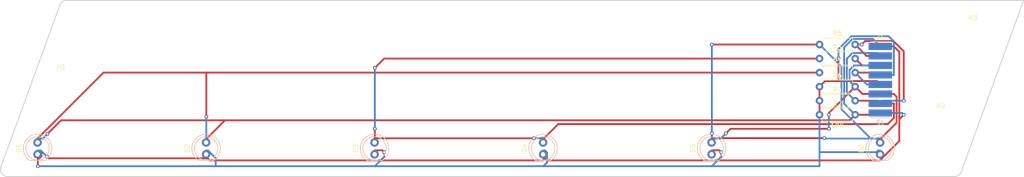
<source format=kicad_pcb>
(kicad_pcb (version 20171130) (host pcbnew "(5.1.10)-1")

  (general
    (thickness 1.6)
    (drawings 7)
    (tracks 177)
    (zones 0)
    (modules 17)
    (nets 12)
  )

  (page A4)
  (layers
    (0 F.Cu signal)
    (31 B.Cu signal)
    (32 B.Adhes user)
    (33 F.Adhes user)
    (34 B.Paste user)
    (35 F.Paste user)
    (36 B.SilkS user)
    (37 F.SilkS user)
    (38 B.Mask user)
    (39 F.Mask user)
    (40 Dwgs.User user)
    (41 Cmts.User user)
    (42 Eco1.User user)
    (43 Eco2.User user)
    (44 Edge.Cuts user)
    (45 Margin user)
    (46 B.CrtYd user)
    (47 F.CrtYd user)
    (48 B.Fab user)
    (49 F.Fab user)
  )

  (setup
    (last_trace_width 0.381)
    (trace_clearance 0.2)
    (zone_clearance 0.508)
    (zone_45_only no)
    (trace_min 0.2)
    (via_size 0.8)
    (via_drill 0.4)
    (via_min_size 0.4)
    (via_min_drill 0.3)
    (uvia_size 0.3)
    (uvia_drill 0.1)
    (uvias_allowed no)
    (uvia_min_size 0.2)
    (uvia_min_drill 0.1)
    (edge_width 0.05)
    (segment_width 0.2)
    (pcb_text_width 0.3)
    (pcb_text_size 1.5 1.5)
    (mod_edge_width 0.12)
    (mod_text_size 1 1)
    (mod_text_width 0.15)
    (pad_size 1.524 1.524)
    (pad_drill 0.762)
    (pad_to_mask_clearance 0)
    (aux_axis_origin 0 0)
    (visible_elements 7FFFFFFF)
    (pcbplotparams
      (layerselection 0x010fc_ffffffff)
      (usegerberextensions false)
      (usegerberattributes true)
      (usegerberadvancedattributes true)
      (creategerberjobfile true)
      (excludeedgelayer true)
      (linewidth 0.100000)
      (plotframeref false)
      (viasonmask false)
      (mode 1)
      (useauxorigin false)
      (hpglpennumber 1)
      (hpglpenspeed 20)
      (hpglpendiameter 15.000000)
      (psnegative false)
      (psa4output false)
      (plotreference true)
      (plotvalue true)
      (plotinvisibletext false)
      (padsonsilk false)
      (subtractmaskfromsilk false)
      (outputformat 1)
      (mirror false)
      (drillshape 1)
      (scaleselection 1)
      (outputdirectory ""))
  )

  (net 0 "")
  (net 1 +5V)
  (net 2 GND)
  (net 3 "Net-(D1-Pad1)")
  (net 4 /A2)
  (net 5 "Net-(D3-Pad1)")
  (net 6 /A0)
  (net 7 /A10)
  (net 8 "Net-(D5-Pad1)")
  (net 9 /14)
  (net 10 /6)
  (net 11 /16)

  (net_class Default "This is the default net class."
    (clearance 0.2)
    (trace_width 0.381)
    (via_dia 0.8)
    (via_drill 0.4)
    (uvia_dia 0.3)
    (uvia_drill 0.1)
    (add_net +5V)
    (add_net /14)
    (add_net /16)
    (add_net /6)
    (add_net /A0)
    (add_net /A10)
    (add_net /A2)
    (add_net GND)
    (add_net "Net-(D1-Pad1)")
    (add_net "Net-(D3-Pad1)")
    (add_net "Net-(D5-Pad1)")
  )

  (module Resistor_THT:R_Axial_DIN0207_L6.3mm_D2.5mm_P7.62mm_Horizontal (layer F.Cu) (tedit 5AE5139B) (tstamp 6217F8BC)
    (at 212 100)
    (descr "Resistor, Axial_DIN0207 series, Axial, Horizontal, pin pitch=7.62mm, 0.25W = 1/4W, length*diameter=6.3*2.5mm^2, http://cdn-reichelt.de/documents/datenblatt/B400/1_4W%23YAG.pdf")
    (tags "Resistor Axial_DIN0207 series Axial Horizontal pin pitch 7.62mm 0.25W = 1/4W length 6.3mm diameter 2.5mm")
    (path /621A683B)
    (fp_text reference R6 (at 3.81 -2.37) (layer F.SilkS)
      (effects (font (size 1 1) (thickness 0.15)))
    )
    (fp_text value 10K (at 3.81 2.37) (layer F.Fab)
      (effects (font (size 1 1) (thickness 0.15)))
    )
    (fp_line (start 8.67 -1.5) (end -1.05 -1.5) (layer F.CrtYd) (width 0.05))
    (fp_line (start 8.67 1.5) (end 8.67 -1.5) (layer F.CrtYd) (width 0.05))
    (fp_line (start -1.05 1.5) (end 8.67 1.5) (layer F.CrtYd) (width 0.05))
    (fp_line (start -1.05 -1.5) (end -1.05 1.5) (layer F.CrtYd) (width 0.05))
    (fp_line (start 7.08 1.37) (end 7.08 1.04) (layer F.SilkS) (width 0.12))
    (fp_line (start 0.54 1.37) (end 7.08 1.37) (layer F.SilkS) (width 0.12))
    (fp_line (start 0.54 1.04) (end 0.54 1.37) (layer F.SilkS) (width 0.12))
    (fp_line (start 7.08 -1.37) (end 7.08 -1.04) (layer F.SilkS) (width 0.12))
    (fp_line (start 0.54 -1.37) (end 7.08 -1.37) (layer F.SilkS) (width 0.12))
    (fp_line (start 0.54 -1.04) (end 0.54 -1.37) (layer F.SilkS) (width 0.12))
    (fp_line (start 7.62 0) (end 6.96 0) (layer F.Fab) (width 0.1))
    (fp_line (start 0 0) (end 0.66 0) (layer F.Fab) (width 0.1))
    (fp_line (start 6.96 -1.25) (end 0.66 -1.25) (layer F.Fab) (width 0.1))
    (fp_line (start 6.96 1.25) (end 6.96 -1.25) (layer F.Fab) (width 0.1))
    (fp_line (start 0.66 1.25) (end 6.96 1.25) (layer F.Fab) (width 0.1))
    (fp_line (start 0.66 -1.25) (end 0.66 1.25) (layer F.Fab) (width 0.1))
    (fp_text user %R (at 3.81 0) (layer F.Fab)
      (effects (font (size 1 1) (thickness 0.15)))
    )
    (pad 2 thru_hole oval (at 7.62 0) (size 1.6 1.6) (drill 0.8) (layers *.Cu *.Mask)
      (net 7 /A10))
    (pad 1 thru_hole circle (at 0 0) (size 1.6 1.6) (drill 0.8) (layers *.Cu *.Mask)
      (net 2 GND))
    (model ${KISYS3DMOD}/Resistor_THT.3dshapes/R_Axial_DIN0207_L6.3mm_D2.5mm_P7.62mm_Horizontal.wrl
      (at (xyz 0 0 0))
      (scale (xyz 1 1 1))
      (rotate (xyz 0 0 0))
    )
  )

  (module Resistor_THT:R_Axial_DIN0207_L6.3mm_D2.5mm_P7.62mm_Horizontal (layer F.Cu) (tedit 5AE5139B) (tstamp 6217F8A5)
    (at 212 91)
    (descr "Resistor, Axial_DIN0207 series, Axial, Horizontal, pin pitch=7.62mm, 0.25W = 1/4W, length*diameter=6.3*2.5mm^2, http://cdn-reichelt.de/documents/datenblatt/B400/1_4W%23YAG.pdf")
    (tags "Resistor Axial_DIN0207 series Axial Horizontal pin pitch 7.62mm 0.25W = 1/4W length 6.3mm diameter 2.5mm")
    (path /621A681D)
    (fp_text reference R5 (at 3.81 -2.37) (layer F.SilkS)
      (effects (font (size 1 1) (thickness 0.15)))
    )
    (fp_text value 150 (at 3.81 2.37) (layer F.Fab)
      (effects (font (size 1 1) (thickness 0.15)))
    )
    (fp_line (start 8.67 -1.5) (end -1.05 -1.5) (layer F.CrtYd) (width 0.05))
    (fp_line (start 8.67 1.5) (end 8.67 -1.5) (layer F.CrtYd) (width 0.05))
    (fp_line (start -1.05 1.5) (end 8.67 1.5) (layer F.CrtYd) (width 0.05))
    (fp_line (start -1.05 -1.5) (end -1.05 1.5) (layer F.CrtYd) (width 0.05))
    (fp_line (start 7.08 1.37) (end 7.08 1.04) (layer F.SilkS) (width 0.12))
    (fp_line (start 0.54 1.37) (end 7.08 1.37) (layer F.SilkS) (width 0.12))
    (fp_line (start 0.54 1.04) (end 0.54 1.37) (layer F.SilkS) (width 0.12))
    (fp_line (start 7.08 -1.37) (end 7.08 -1.04) (layer F.SilkS) (width 0.12))
    (fp_line (start 0.54 -1.37) (end 7.08 -1.37) (layer F.SilkS) (width 0.12))
    (fp_line (start 0.54 -1.04) (end 0.54 -1.37) (layer F.SilkS) (width 0.12))
    (fp_line (start 7.62 0) (end 6.96 0) (layer F.Fab) (width 0.1))
    (fp_line (start 0 0) (end 0.66 0) (layer F.Fab) (width 0.1))
    (fp_line (start 6.96 -1.25) (end 0.66 -1.25) (layer F.Fab) (width 0.1))
    (fp_line (start 6.96 1.25) (end 6.96 -1.25) (layer F.Fab) (width 0.1))
    (fp_line (start 0.66 1.25) (end 6.96 1.25) (layer F.Fab) (width 0.1))
    (fp_line (start 0.66 -1.25) (end 0.66 1.25) (layer F.Fab) (width 0.1))
    (fp_text user %R (at 3.81 0) (layer F.Fab)
      (effects (font (size 1 1) (thickness 0.15)))
    )
    (pad 2 thru_hole oval (at 7.62 0) (size 1.6 1.6) (drill 0.8) (layers *.Cu *.Mask)
      (net 10 /6))
    (pad 1 thru_hole circle (at 0 0) (size 1.6 1.6) (drill 0.8) (layers *.Cu *.Mask)
      (net 8 "Net-(D5-Pad1)"))
    (model ${KISYS3DMOD}/Resistor_THT.3dshapes/R_Axial_DIN0207_L6.3mm_D2.5mm_P7.62mm_Horizontal.wrl
      (at (xyz 0 0 0))
      (scale (xyz 1 1 1))
      (rotate (xyz 0 0 0))
    )
  )

  (module Resistor_THT:R_Axial_DIN0207_L6.3mm_D2.5mm_P7.62mm_Horizontal (layer F.Cu) (tedit 5AE5139B) (tstamp 6217F88E)
    (at 212 103)
    (descr "Resistor, Axial_DIN0207 series, Axial, Horizontal, pin pitch=7.62mm, 0.25W = 1/4W, length*diameter=6.3*2.5mm^2, http://cdn-reichelt.de/documents/datenblatt/B400/1_4W%23YAG.pdf")
    (tags "Resistor Axial_DIN0207 series Axial Horizontal pin pitch 7.62mm 0.25W = 1/4W length 6.3mm diameter 2.5mm")
    (path /621A17C3)
    (fp_text reference R4 (at 3.81 -2.37) (layer F.SilkS)
      (effects (font (size 1 1) (thickness 0.15)))
    )
    (fp_text value 10K (at 3.81 2.37) (layer F.Fab)
      (effects (font (size 1 1) (thickness 0.15)))
    )
    (fp_line (start 8.67 -1.5) (end -1.05 -1.5) (layer F.CrtYd) (width 0.05))
    (fp_line (start 8.67 1.5) (end 8.67 -1.5) (layer F.CrtYd) (width 0.05))
    (fp_line (start -1.05 1.5) (end 8.67 1.5) (layer F.CrtYd) (width 0.05))
    (fp_line (start -1.05 -1.5) (end -1.05 1.5) (layer F.CrtYd) (width 0.05))
    (fp_line (start 7.08 1.37) (end 7.08 1.04) (layer F.SilkS) (width 0.12))
    (fp_line (start 0.54 1.37) (end 7.08 1.37) (layer F.SilkS) (width 0.12))
    (fp_line (start 0.54 1.04) (end 0.54 1.37) (layer F.SilkS) (width 0.12))
    (fp_line (start 7.08 -1.37) (end 7.08 -1.04) (layer F.SilkS) (width 0.12))
    (fp_line (start 0.54 -1.37) (end 7.08 -1.37) (layer F.SilkS) (width 0.12))
    (fp_line (start 0.54 -1.04) (end 0.54 -1.37) (layer F.SilkS) (width 0.12))
    (fp_line (start 7.62 0) (end 6.96 0) (layer F.Fab) (width 0.1))
    (fp_line (start 0 0) (end 0.66 0) (layer F.Fab) (width 0.1))
    (fp_line (start 6.96 -1.25) (end 0.66 -1.25) (layer F.Fab) (width 0.1))
    (fp_line (start 6.96 1.25) (end 6.96 -1.25) (layer F.Fab) (width 0.1))
    (fp_line (start 0.66 1.25) (end 6.96 1.25) (layer F.Fab) (width 0.1))
    (fp_line (start 0.66 -1.25) (end 0.66 1.25) (layer F.Fab) (width 0.1))
    (fp_text user %R (at 3.81 0) (layer F.Fab)
      (effects (font (size 1 1) (thickness 0.15)))
    )
    (pad 2 thru_hole oval (at 7.62 0) (size 1.6 1.6) (drill 0.8) (layers *.Cu *.Mask)
      (net 6 /A0))
    (pad 1 thru_hole circle (at 0 0) (size 1.6 1.6) (drill 0.8) (layers *.Cu *.Mask)
      (net 2 GND))
    (model ${KISYS3DMOD}/Resistor_THT.3dshapes/R_Axial_DIN0207_L6.3mm_D2.5mm_P7.62mm_Horizontal.wrl
      (at (xyz 0 0 0))
      (scale (xyz 1 1 1))
      (rotate (xyz 0 0 0))
    )
  )

  (module Resistor_THT:R_Axial_DIN0207_L6.3mm_D2.5mm_P7.62mm_Horizontal (layer F.Cu) (tedit 5AE5139B) (tstamp 6217F877)
    (at 212 94)
    (descr "Resistor, Axial_DIN0207 series, Axial, Horizontal, pin pitch=7.62mm, 0.25W = 1/4W, length*diameter=6.3*2.5mm^2, http://cdn-reichelt.de/documents/datenblatt/B400/1_4W%23YAG.pdf")
    (tags "Resistor Axial_DIN0207 series Axial Horizontal pin pitch 7.62mm 0.25W = 1/4W length 6.3mm diameter 2.5mm")
    (path /6219D88F)
    (fp_text reference R3 (at 3.81 -2.37) (layer F.SilkS)
      (effects (font (size 1 1) (thickness 0.15)))
    )
    (fp_text value 150 (at 3.81 2.37) (layer F.Fab)
      (effects (font (size 1 1) (thickness 0.15)))
    )
    (fp_line (start 8.67 -1.5) (end -1.05 -1.5) (layer F.CrtYd) (width 0.05))
    (fp_line (start 8.67 1.5) (end 8.67 -1.5) (layer F.CrtYd) (width 0.05))
    (fp_line (start -1.05 1.5) (end 8.67 1.5) (layer F.CrtYd) (width 0.05))
    (fp_line (start -1.05 -1.5) (end -1.05 1.5) (layer F.CrtYd) (width 0.05))
    (fp_line (start 7.08 1.37) (end 7.08 1.04) (layer F.SilkS) (width 0.12))
    (fp_line (start 0.54 1.37) (end 7.08 1.37) (layer F.SilkS) (width 0.12))
    (fp_line (start 0.54 1.04) (end 0.54 1.37) (layer F.SilkS) (width 0.12))
    (fp_line (start 7.08 -1.37) (end 7.08 -1.04) (layer F.SilkS) (width 0.12))
    (fp_line (start 0.54 -1.37) (end 7.08 -1.37) (layer F.SilkS) (width 0.12))
    (fp_line (start 0.54 -1.04) (end 0.54 -1.37) (layer F.SilkS) (width 0.12))
    (fp_line (start 7.62 0) (end 6.96 0) (layer F.Fab) (width 0.1))
    (fp_line (start 0 0) (end 0.66 0) (layer F.Fab) (width 0.1))
    (fp_line (start 6.96 -1.25) (end 0.66 -1.25) (layer F.Fab) (width 0.1))
    (fp_line (start 6.96 1.25) (end 6.96 -1.25) (layer F.Fab) (width 0.1))
    (fp_line (start 0.66 1.25) (end 6.96 1.25) (layer F.Fab) (width 0.1))
    (fp_line (start 0.66 -1.25) (end 0.66 1.25) (layer F.Fab) (width 0.1))
    (fp_text user %R (at 3.81 0) (layer F.Fab)
      (effects (font (size 1 1) (thickness 0.15)))
    )
    (pad 2 thru_hole oval (at 7.62 0) (size 1.6 1.6) (drill 0.8) (layers *.Cu *.Mask)
      (net 11 /16))
    (pad 1 thru_hole circle (at 0 0) (size 1.6 1.6) (drill 0.8) (layers *.Cu *.Mask)
      (net 5 "Net-(D3-Pad1)"))
    (model ${KISYS3DMOD}/Resistor_THT.3dshapes/R_Axial_DIN0207_L6.3mm_D2.5mm_P7.62mm_Horizontal.wrl
      (at (xyz 0 0 0))
      (scale (xyz 1 1 1))
      (rotate (xyz 0 0 0))
    )
  )

  (module Resistor_THT:R_Axial_DIN0207_L6.3mm_D2.5mm_P7.62mm_Horizontal (layer F.Cu) (tedit 5AE5139B) (tstamp 6217F860)
    (at 212 106)
    (descr "Resistor, Axial_DIN0207 series, Axial, Horizontal, pin pitch=7.62mm, 0.25W = 1/4W, length*diameter=6.3*2.5mm^2, http://cdn-reichelt.de/documents/datenblatt/B400/1_4W%23YAG.pdf")
    (tags "Resistor Axial_DIN0207 series Axial Horizontal pin pitch 7.62mm 0.25W = 1/4W length 6.3mm diameter 2.5mm")
    (path /62199971)
    (fp_text reference R2 (at 3.81 -2.37) (layer F.SilkS)
      (effects (font (size 1 1) (thickness 0.15)))
    )
    (fp_text value 10K (at 3.81 2.37) (layer F.SilkS)
      (effects (font (size 1 1) (thickness 0.15)))
    )
    (fp_line (start 8.67 -1.5) (end -1.05 -1.5) (layer F.CrtYd) (width 0.05))
    (fp_line (start 8.67 1.5) (end 8.67 -1.5) (layer F.CrtYd) (width 0.05))
    (fp_line (start -1.05 1.5) (end 8.67 1.5) (layer F.CrtYd) (width 0.05))
    (fp_line (start -1.05 -1.5) (end -1.05 1.5) (layer F.CrtYd) (width 0.05))
    (fp_line (start 7.08 1.37) (end 7.08 1.04) (layer F.SilkS) (width 0.12))
    (fp_line (start 0.54 1.37) (end 7.08 1.37) (layer F.SilkS) (width 0.12))
    (fp_line (start 0.54 1.04) (end 0.54 1.37) (layer F.SilkS) (width 0.12))
    (fp_line (start 7.08 -1.37) (end 7.08 -1.04) (layer F.SilkS) (width 0.12))
    (fp_line (start 0.54 -1.37) (end 7.08 -1.37) (layer F.SilkS) (width 0.12))
    (fp_line (start 0.54 -1.04) (end 0.54 -1.37) (layer F.SilkS) (width 0.12))
    (fp_line (start 7.62 0) (end 6.96 0) (layer F.Fab) (width 0.1))
    (fp_line (start 0 0) (end 0.66 0) (layer F.Fab) (width 0.1))
    (fp_line (start 6.96 -1.25) (end 0.66 -1.25) (layer F.Fab) (width 0.1))
    (fp_line (start 6.96 1.25) (end 6.96 -1.25) (layer F.Fab) (width 0.1))
    (fp_line (start 0.66 1.25) (end 6.96 1.25) (layer F.Fab) (width 0.1))
    (fp_line (start 0.66 -1.25) (end 0.66 1.25) (layer F.Fab) (width 0.1))
    (fp_text user %R (at 3.81 0) (layer F.Fab)
      (effects (font (size 1 1) (thickness 0.15)))
    )
    (pad 2 thru_hole oval (at 7.62 0) (size 1.6 1.6) (drill 0.8) (layers *.Cu *.Mask)
      (net 4 /A2))
    (pad 1 thru_hole circle (at 0 0) (size 1.6 1.6) (drill 0.8) (layers *.Cu *.Mask)
      (net 2 GND))
    (model ${KISYS3DMOD}/Resistor_THT.3dshapes/R_Axial_DIN0207_L6.3mm_D2.5mm_P7.62mm_Horizontal.wrl
      (at (xyz 0 0 0))
      (scale (xyz 1 1 1))
      (rotate (xyz 0 0 0))
    )
  )

  (module Resistor_THT:R_Axial_DIN0207_L6.3mm_D2.5mm_P7.62mm_Horizontal (layer F.Cu) (tedit 5AE5139B) (tstamp 6217F849)
    (at 212 97)
    (descr "Resistor, Axial_DIN0207 series, Axial, Horizontal, pin pitch=7.62mm, 0.25W = 1/4W, length*diameter=6.3*2.5mm^2, http://cdn-reichelt.de/documents/datenblatt/B400/1_4W%23YAG.pdf")
    (tags "Resistor Axial_DIN0207 series Axial Horizontal pin pitch 7.62mm 0.25W = 1/4W length 6.3mm diameter 2.5mm")
    (path /62198673)
    (fp_text reference R1 (at 3.81 -2.37) (layer F.SilkS)
      (effects (font (size 1 1) (thickness 0.15)))
    )
    (fp_text value 150 (at 3.81 2.37) (layer F.Fab)
      (effects (font (size 1 1) (thickness 0.15)))
    )
    (fp_line (start 8.67 -1.5) (end -1.05 -1.5) (layer F.CrtYd) (width 0.05))
    (fp_line (start 8.67 1.5) (end 8.67 -1.5) (layer F.CrtYd) (width 0.05))
    (fp_line (start -1.05 1.5) (end 8.67 1.5) (layer F.CrtYd) (width 0.05))
    (fp_line (start -1.05 -1.5) (end -1.05 1.5) (layer F.CrtYd) (width 0.05))
    (fp_line (start 7.08 1.37) (end 7.08 1.04) (layer F.SilkS) (width 0.12))
    (fp_line (start 0.54 1.37) (end 7.08 1.37) (layer F.SilkS) (width 0.12))
    (fp_line (start 0.54 1.04) (end 0.54 1.37) (layer F.SilkS) (width 0.12))
    (fp_line (start 7.08 -1.37) (end 7.08 -1.04) (layer F.SilkS) (width 0.12))
    (fp_line (start 0.54 -1.37) (end 7.08 -1.37) (layer F.SilkS) (width 0.12))
    (fp_line (start 0.54 -1.04) (end 0.54 -1.37) (layer F.SilkS) (width 0.12))
    (fp_line (start 7.62 0) (end 6.96 0) (layer F.Fab) (width 0.1))
    (fp_line (start 0 0) (end 0.66 0) (layer F.Fab) (width 0.1))
    (fp_line (start 6.96 -1.25) (end 0.66 -1.25) (layer F.Fab) (width 0.1))
    (fp_line (start 6.96 1.25) (end 6.96 -1.25) (layer F.Fab) (width 0.1))
    (fp_line (start 0.66 1.25) (end 6.96 1.25) (layer F.Fab) (width 0.1))
    (fp_line (start 0.66 -1.25) (end 0.66 1.25) (layer F.Fab) (width 0.1))
    (fp_text user %R (at 3.81 0) (layer F.Fab)
      (effects (font (size 1 1) (thickness 0.15)))
    )
    (pad 2 thru_hole oval (at 7.62 0) (size 1.6 1.6) (drill 0.8) (layers *.Cu *.Mask)
      (net 9 /14))
    (pad 1 thru_hole circle (at 0 0) (size 1.6 1.6) (drill 0.8) (layers *.Cu *.Mask)
      (net 3 "Net-(D1-Pad1)"))
    (model ${KISYS3DMOD}/Resistor_THT.3dshapes/R_Axial_DIN0207_L6.3mm_D2.5mm_P7.62mm_Horizontal.wrl
      (at (xyz 0 0 0))
      (scale (xyz 1 1 1))
      (rotate (xyz 0 0 0))
    )
  )

  (module chunair_local:SMD_8Pin (layer B.Cu) (tedit 6216CBD2) (tstamp 6217F832)
    (at 225 99.532)
    (descr "Chip Resistor Network, ROHM MNR14 (see mnr_g.pdf)")
    (tags "resistor array")
    (path /6216F1EF)
    (attr smd)
    (fp_text reference J2 (at 0 8.128) (layer B.SilkS)
      (effects (font (size 1 1) (thickness 0.15)) (justify mirror))
    )
    (fp_text value Conn_01x08_Male (at 0 -10.414) (layer B.Fab)
      (effects (font (size 1 1) (thickness 0.15)) (justify mirror))
    )
    (fp_line (start 1.55 2.214) (end -1.55 2.214) (layer B.CrtYd) (width 0.05))
    (fp_line (start 1.55 2.214) (end 1.55 5.914) (layer B.CrtYd) (width 0.05))
    (fp_line (start -1.55 5.914) (end -1.55 2.214) (layer B.CrtYd) (width 0.05))
    (fp_line (start -1.55 5.914) (end 1.55 5.914) (layer B.CrtYd) (width 0.05))
    (fp_line (start 2.286 7.112) (end -2.032 7.112) (layer B.SilkS) (width 0.12))
    (fp_line (start 2.032 -9.144) (end -2.032 -9.144) (layer B.SilkS) (width 0.12))
    (fp_line (start -2.794 -9.398) (end -2.794 7.366) (layer B.Fab) (width 0.1))
    (fp_line (start 2.794 -9.398) (end -2.794 -9.398) (layer B.Fab) (width 0.1))
    (fp_line (start 2.794 7.366) (end 2.794 -9.398) (layer B.Fab) (width 0.1))
    (fp_line (start -2.794 7.366) (end 2.794 7.366) (layer B.Fab) (width 0.1))
    (fp_text user %R (at 0 4.064 -90) (layer B.Fab)
      (effects (font (size 0.5 0.5) (thickness 0.075)) (justify mirror))
    )
    (pad 8 smd rect (at 0 -8.128) (size 5 1.5) (layers B.Cu B.Paste B.Mask)
      (net 4 /A2))
    (pad 7 smd rect (at 0 -6.096) (size 5 1.5) (layers B.Cu B.Paste B.Mask)
      (net 6 /A0))
    (pad 4 smd rect (at 0 0) (size 5 1.5) (layers B.Cu B.Paste B.Mask)
      (net 9 /14))
    (pad 5 smd rect (at 0 -2.032) (size 5 1.5) (layers B.Cu B.Paste B.Mask)
      (net 2 GND))
    (pad 6 smd rect (at 0 -4.064) (size 5 1.5) (layers B.Cu B.Paste B.Mask)
      (net 7 /A10))
    (pad 2 smd rect (at 0 4.064) (size 5 1.5) (layers B.Cu B.Paste B.Mask)
      (net 10 /6))
    (pad 3 smd rect (at 0 2.032) (size 5 1.5) (layers B.Cu B.Paste B.Mask)
      (net 11 /16))
    (pad 1 smd rect (at 0 6.096) (size 5 1.5) (layers B.Cu B.Paste B.Mask)
      (net 1 +5V))
    (model ${KISYS3DMOD}/Resistors_SMD.3dshapes/R_Array_Convex_4x0603.wrl
      (at (xyz 0 0 0))
      (scale (xyz 1 1 1))
      (rotate (xyz 0 0 0))
    )
  )

  (module chunair_local:SMD_8Pin (layer F.Cu) (tedit 6216CBD2) (tstamp 6217F81B)
    (at 225 97.5)
    (descr "Chip Resistor Network, ROHM MNR14 (see mnr_g.pdf)")
    (tags "resistor array")
    (path /6216EF95)
    (attr smd)
    (fp_text reference J1 (at 0 -8.128) (layer F.SilkS)
      (effects (font (size 1 1) (thickness 0.15)))
    )
    (fp_text value Conn_01x08_Male (at 0 10.414) (layer F.Fab)
      (effects (font (size 1 1) (thickness 0.15)))
    )
    (fp_line (start 1.55 -2.214) (end -1.55 -2.214) (layer F.CrtYd) (width 0.05))
    (fp_line (start 1.55 -2.214) (end 1.55 -5.914) (layer F.CrtYd) (width 0.05))
    (fp_line (start -1.55 -5.914) (end -1.55 -2.214) (layer F.CrtYd) (width 0.05))
    (fp_line (start -1.55 -5.914) (end 1.55 -5.914) (layer F.CrtYd) (width 0.05))
    (fp_line (start 2.286 -7.112) (end -2.032 -7.112) (layer F.SilkS) (width 0.12))
    (fp_line (start 2.032 9.144) (end -2.032 9.144) (layer F.SilkS) (width 0.12))
    (fp_line (start -2.794 9.398) (end -2.794 -7.366) (layer F.Fab) (width 0.1))
    (fp_line (start 2.794 9.398) (end -2.794 9.398) (layer F.Fab) (width 0.1))
    (fp_line (start 2.794 -7.366) (end 2.794 9.398) (layer F.Fab) (width 0.1))
    (fp_line (start -2.794 -7.366) (end 2.794 -7.366) (layer F.Fab) (width 0.1))
    (fp_text user %R (at 0 -4.064 90) (layer F.Fab)
      (effects (font (size 0.5 0.5) (thickness 0.075)))
    )
    (pad 8 smd rect (at 0 8.128) (size 5 1.5) (layers F.Cu F.Paste F.Mask)
      (net 4 /A2))
    (pad 7 smd rect (at 0 6.096) (size 5 1.5) (layers F.Cu F.Paste F.Mask)
      (net 6 /A0))
    (pad 4 smd rect (at 0 0) (size 5 1.5) (layers F.Cu F.Paste F.Mask)
      (net 9 /14))
    (pad 5 smd rect (at 0 2.032) (size 5 1.5) (layers F.Cu F.Paste F.Mask)
      (net 2 GND))
    (pad 6 smd rect (at 0 4.064) (size 5 1.5) (layers F.Cu F.Paste F.Mask)
      (net 7 /A10))
    (pad 2 smd rect (at 0 -4.064) (size 5 1.5) (layers F.Cu F.Paste F.Mask)
      (net 10 /6))
    (pad 3 smd rect (at 0 -2.032) (size 5 1.5) (layers F.Cu F.Paste F.Mask)
      (net 11 /16))
    (pad 1 smd rect (at 0 -6.096) (size 5 1.5) (layers F.Cu F.Paste F.Mask)
      (net 1 +5V))
    (model ${KISYS3DMOD}/Resistors_SMD.3dshapes/R_Array_Convex_4x0603.wrl
      (at (xyz 0 0 0))
      (scale (xyz 1 1 1))
      (rotate (xyz 0 0 0))
    )
  )

  (module chunair_local:LED_D5.0mm_FlatTop (layer F.Cu) (tedit 62173514) (tstamp 6217F7DA)
    (at 224.947583 114.469684 90)
    (descr "LED, Round, FlatTop, diameter 5.0mm, 2 pins, http://www.kingbright.com/attachments/file/psearch/000/00/00/L-483GDT(Ver.15B).pdf")
    (tags "LED Round FlatTop diameter 5.0mm 2 pins")
    (path /621A6831)
    (fp_text reference D6 (at 1.27 -4.01 90) (layer F.SilkS)
      (effects (font (size 1 1) (thickness 0.15)))
    )
    (fp_text value LED_Dual_ACAC (at 1.27 4.01 90) (layer F.Fab)
      (effects (font (size 1 1) (thickness 0.15)))
    )
    (fp_circle (center 1.27 0) (end 3.77 0) (layer F.Fab) (width 0.1))
    (fp_circle (center 1.27 0) (end 3.77 0) (layer B.SilkS) (width 0.12))
    (fp_line (start -1.23 -1.566046) (end -1.23 1.566046) (layer F.Fab) (width 0.1))
    (fp_line (start -2 -3.3) (end -2 3.3) (layer F.CrtYd) (width 0.05))
    (fp_line (start -2 3.3) (end 4.55 3.3) (layer F.CrtYd) (width 0.05))
    (fp_line (start 4.55 3.3) (end 4.55 -3.3) (layer F.CrtYd) (width 0.05))
    (fp_line (start 4.55 -3.3) (end -2 -3.3) (layer F.CrtYd) (width 0.05))
    (fp_line (start -1.29 -1.64) (end -1.29 1.64) (layer B.SilkS) (width 0.12))
    (fp_line (start -1.29 -1.64) (end -1.29 1.64) (layer F.SilkS) (width 0.12))
    (fp_circle (center 1.27 0) (end 3.77 0) (layer F.SilkS) (width 0.12))
    (fp_arc (start 1.27 0) (end -1.29 1.639512) (angle -147.4) (layer F.SilkS) (width 0.12))
    (fp_arc (start 1.27 0) (end -1.29 -1.639512) (angle 147.4) (layer F.SilkS) (width 0.12))
    (fp_arc (start 1.27 0) (end -1.29 -1.639512) (angle 147.4) (layer B.SilkS) (width 0.12))
    (fp_arc (start 1.27 0) (end -1.29 1.639512) (angle -147.4) (layer B.SilkS) (width 0.12))
    (fp_arc (start 1.27 0) (end -1.23 -1.566046) (angle 295.9) (layer F.Fab) (width 0.1))
    (pad 2 smd custom (at 0.7 0 90) (size 0.4 0.4) (layers F.Cu F.Mask)
      (net 1 +5V) (zone_connect 0)
      (options (clearance outline) (anchor circle))
      (primitives
        (gr_circle (center -0.7 0) (end 0 0) (width 0.4))
      ))
    (pad 4 smd custom (at 0.7 0 90) (size 0.4 0.4) (layers B.Cu B.Mask)
      (net 2 GND) (zone_connect 0)
      (options (clearance outline) (anchor circle))
      (primitives
        (gr_circle (center -0.7 0) (end 0 0) (width 0.4))
      ))
    (pad 1 smd custom (at 3.24 0 90) (size 0.4 0.4) (layers F.Cu F.Mask)
      (net 7 /A10)
      (options (clearance outline) (anchor circle))
      (primitives
        (gr_circle (center -0.7 0) (end 0 0) (width 0.4))
      ))
    (pad 3 smd custom (at 3.24 0 90) (size 0.4 0.4) (layers B.Cu B.Mask)
      (net 8 "Net-(D5-Pad1)") (zone_connect 0)
      (options (clearance outline) (anchor circle))
      (primitives
        (gr_circle (center -0.7 0) (end 0 0) (width 0.4))
      ))
    (pad "" np_thru_hole circle (at 2.54 0 90) (size 0.9 0.9) (drill 0.9) (layers *.Cu *.Mask))
    (pad "" np_thru_hole circle (at 0 0 90) (size 0.9 0.9) (drill 0.9) (layers *.Cu *.Mask))
    (model ${KISYS3DMOD}/LEDs.3dshapes/LED_D5.0mm_FlatTop.wrl
      (at (xyz 0 0 0))
      (scale (xyz 0.393701 0.393701 0.393701))
      (rotate (xyz 0 0 0))
    )
  )

  (module chunair_local:LED_D5.0mm_FlatTop (layer F.Cu) (tedit 62173514) (tstamp 6217F7C1)
    (at 188.947583 114.469684 90)
    (descr "LED, Round, FlatTop, diameter 5.0mm, 2 pins, http://www.kingbright.com/attachments/file/psearch/000/00/00/L-483GDT(Ver.15B).pdf")
    (tags "LED Round FlatTop diameter 5.0mm 2 pins")
    (path /621A67F5)
    (fp_text reference D5 (at 1.27 -4.01 90) (layer F.SilkS)
      (effects (font (size 1 1) (thickness 0.15)))
    )
    (fp_text value LED_Dual_ACAC (at 1.27 4.01 90) (layer F.Fab)
      (effects (font (size 1 1) (thickness 0.15)))
    )
    (fp_circle (center 1.27 0) (end 3.77 0) (layer F.Fab) (width 0.1))
    (fp_circle (center 1.27 0) (end 3.77 0) (layer B.SilkS) (width 0.12))
    (fp_line (start -1.23 -1.566046) (end -1.23 1.566046) (layer F.Fab) (width 0.1))
    (fp_line (start -2 -3.3) (end -2 3.3) (layer F.CrtYd) (width 0.05))
    (fp_line (start -2 3.3) (end 4.55 3.3) (layer F.CrtYd) (width 0.05))
    (fp_line (start 4.55 3.3) (end 4.55 -3.3) (layer F.CrtYd) (width 0.05))
    (fp_line (start 4.55 -3.3) (end -2 -3.3) (layer F.CrtYd) (width 0.05))
    (fp_line (start -1.29 -1.64) (end -1.29 1.64) (layer B.SilkS) (width 0.12))
    (fp_line (start -1.29 -1.64) (end -1.29 1.64) (layer F.SilkS) (width 0.12))
    (fp_circle (center 1.27 0) (end 3.77 0) (layer F.SilkS) (width 0.12))
    (fp_arc (start 1.27 0) (end -1.29 1.639512) (angle -147.4) (layer F.SilkS) (width 0.12))
    (fp_arc (start 1.27 0) (end -1.29 -1.639512) (angle 147.4) (layer F.SilkS) (width 0.12))
    (fp_arc (start 1.27 0) (end -1.29 -1.639512) (angle 147.4) (layer B.SilkS) (width 0.12))
    (fp_arc (start 1.27 0) (end -1.29 1.639512) (angle -147.4) (layer B.SilkS) (width 0.12))
    (fp_arc (start 1.27 0) (end -1.23 -1.566046) (angle 295.9) (layer F.Fab) (width 0.1))
    (pad 2 smd custom (at 0.7 0 90) (size 0.4 0.4) (layers F.Cu F.Mask)
      (net 2 GND) (zone_connect 0)
      (options (clearance outline) (anchor circle))
      (primitives
        (gr_circle (center -0.7 0) (end 0 0) (width 0.4))
      ))
    (pad 4 smd custom (at 0.7 0 90) (size 0.4 0.4) (layers B.Cu B.Mask)
      (net 1 +5V) (zone_connect 0)
      (options (clearance outline) (anchor circle))
      (primitives
        (gr_circle (center -0.7 0) (end 0 0) (width 0.4))
      ))
    (pad 1 smd custom (at 3.24 0 90) (size 0.4 0.4) (layers F.Cu F.Mask)
      (net 8 "Net-(D5-Pad1)")
      (options (clearance outline) (anchor circle))
      (primitives
        (gr_circle (center -0.7 0) (end 0 0) (width 0.4))
      ))
    (pad 3 smd custom (at 3.24 0 90) (size 0.4 0.4) (layers B.Cu B.Mask)
      (net 7 /A10) (zone_connect 0)
      (options (clearance outline) (anchor circle))
      (primitives
        (gr_circle (center -0.7 0) (end 0 0) (width 0.4))
      ))
    (pad "" np_thru_hole circle (at 2.54 0 90) (size 0.9 0.9) (drill 0.9) (layers *.Cu *.Mask))
    (pad "" np_thru_hole circle (at 0 0 90) (size 0.9 0.9) (drill 0.9) (layers *.Cu *.Mask))
    (model ${KISYS3DMOD}/LEDs.3dshapes/LED_D5.0mm_FlatTop.wrl
      (at (xyz 0 0 0))
      (scale (xyz 0.393701 0.393701 0.393701))
      (rotate (xyz 0 0 0))
    )
  )

  (module chunair_local:LED_D5.0mm_FlatTop (layer F.Cu) (tedit 62173514) (tstamp 6217F7A8)
    (at 152.947583 114.469684 90)
    (descr "LED, Round, FlatTop, diameter 5.0mm, 2 pins, http://www.kingbright.com/attachments/file/psearch/000/00/00/L-483GDT(Ver.15B).pdf")
    (tags "LED Round FlatTop diameter 5.0mm 2 pins")
    (path /621A17B9)
    (fp_text reference D4 (at 1.27 -4.01 90) (layer F.SilkS)
      (effects (font (size 1 1) (thickness 0.15)))
    )
    (fp_text value LED_Dual_ACAC (at 1.27 4.01 90) (layer F.Fab)
      (effects (font (size 1 1) (thickness 0.15)))
    )
    (fp_circle (center 1.27 0) (end 3.77 0) (layer F.Fab) (width 0.1))
    (fp_circle (center 1.27 0) (end 3.77 0) (layer B.SilkS) (width 0.12))
    (fp_line (start -1.23 -1.566046) (end -1.23 1.566046) (layer F.Fab) (width 0.1))
    (fp_line (start -2 -3.3) (end -2 3.3) (layer F.CrtYd) (width 0.05))
    (fp_line (start -2 3.3) (end 4.55 3.3) (layer F.CrtYd) (width 0.05))
    (fp_line (start 4.55 3.3) (end 4.55 -3.3) (layer F.CrtYd) (width 0.05))
    (fp_line (start 4.55 -3.3) (end -2 -3.3) (layer F.CrtYd) (width 0.05))
    (fp_line (start -1.29 -1.64) (end -1.29 1.64) (layer B.SilkS) (width 0.12))
    (fp_line (start -1.29 -1.64) (end -1.29 1.64) (layer F.SilkS) (width 0.12))
    (fp_circle (center 1.27 0) (end 3.77 0) (layer F.SilkS) (width 0.12))
    (fp_arc (start 1.27 0) (end -1.29 1.639512) (angle -147.4) (layer F.SilkS) (width 0.12))
    (fp_arc (start 1.27 0) (end -1.29 -1.639512) (angle 147.4) (layer F.SilkS) (width 0.12))
    (fp_arc (start 1.27 0) (end -1.29 -1.639512) (angle 147.4) (layer B.SilkS) (width 0.12))
    (fp_arc (start 1.27 0) (end -1.29 1.639512) (angle -147.4) (layer B.SilkS) (width 0.12))
    (fp_arc (start 1.27 0) (end -1.23 -1.566046) (angle 295.9) (layer F.Fab) (width 0.1))
    (pad 2 smd custom (at 0.7 0 90) (size 0.4 0.4) (layers F.Cu F.Mask)
      (net 1 +5V) (zone_connect 0)
      (options (clearance outline) (anchor circle))
      (primitives
        (gr_circle (center -0.7 0) (end 0 0) (width 0.4))
      ))
    (pad 4 smd custom (at 0.7 0 90) (size 0.4 0.4) (layers B.Cu B.Mask)
      (net 2 GND) (zone_connect 0)
      (options (clearance outline) (anchor circle))
      (primitives
        (gr_circle (center -0.7 0) (end 0 0) (width 0.4))
      ))
    (pad 1 smd custom (at 3.24 0 90) (size 0.4 0.4) (layers F.Cu F.Mask)
      (net 6 /A0)
      (options (clearance outline) (anchor circle))
      (primitives
        (gr_circle (center -0.7 0) (end 0 0) (width 0.4))
      ))
    (pad 3 smd custom (at 3.24 0 90) (size 0.4 0.4) (layers B.Cu B.Mask)
      (net 5 "Net-(D3-Pad1)") (zone_connect 0)
      (options (clearance outline) (anchor circle))
      (primitives
        (gr_circle (center -0.7 0) (end 0 0) (width 0.4))
      ))
    (pad "" np_thru_hole circle (at 2.54 0 90) (size 0.9 0.9) (drill 0.9) (layers *.Cu *.Mask))
    (pad "" np_thru_hole circle (at 0 0 90) (size 0.9 0.9) (drill 0.9) (layers *.Cu *.Mask))
    (model ${KISYS3DMOD}/LEDs.3dshapes/LED_D5.0mm_FlatTop.wrl
      (at (xyz 0 0 0))
      (scale (xyz 0.393701 0.393701 0.393701))
      (rotate (xyz 0 0 0))
    )
  )

  (module chunair_local:LED_D5.0mm_FlatTop (layer F.Cu) (tedit 62173514) (tstamp 6217F78F)
    (at 116.947582 114.469684 90)
    (descr "LED, Round, FlatTop, diameter 5.0mm, 2 pins, http://www.kingbright.com/attachments/file/psearch/000/00/00/L-483GDT(Ver.15B).pdf")
    (tags "LED Round FlatTop diameter 5.0mm 2 pins")
    (path /6219D867)
    (fp_text reference D3 (at 1.27 -4.01 90) (layer F.SilkS)
      (effects (font (size 1 1) (thickness 0.15)))
    )
    (fp_text value LED_Dual_ACAC (at 1.27 4.01 90) (layer F.Fab)
      (effects (font (size 1 1) (thickness 0.15)))
    )
    (fp_circle (center 1.27 0) (end 3.77 0) (layer F.Fab) (width 0.1))
    (fp_circle (center 1.27 0) (end 3.77 0) (layer B.SilkS) (width 0.12))
    (fp_line (start -1.23 -1.566046) (end -1.23 1.566046) (layer F.Fab) (width 0.1))
    (fp_line (start -2 -3.3) (end -2 3.3) (layer F.CrtYd) (width 0.05))
    (fp_line (start -2 3.3) (end 4.55 3.3) (layer F.CrtYd) (width 0.05))
    (fp_line (start 4.55 3.3) (end 4.55 -3.3) (layer F.CrtYd) (width 0.05))
    (fp_line (start 4.55 -3.3) (end -2 -3.3) (layer F.CrtYd) (width 0.05))
    (fp_line (start -1.29 -1.64) (end -1.29 1.64) (layer B.SilkS) (width 0.12))
    (fp_line (start -1.29 -1.64) (end -1.29 1.64) (layer F.SilkS) (width 0.12))
    (fp_circle (center 1.27 0) (end 3.77 0) (layer F.SilkS) (width 0.12))
    (fp_arc (start 1.27 0) (end -1.29 1.639512) (angle -147.4) (layer F.SilkS) (width 0.12))
    (fp_arc (start 1.27 0) (end -1.29 -1.639512) (angle 147.4) (layer F.SilkS) (width 0.12))
    (fp_arc (start 1.27 0) (end -1.29 -1.639512) (angle 147.4) (layer B.SilkS) (width 0.12))
    (fp_arc (start 1.27 0) (end -1.29 1.639512) (angle -147.4) (layer B.SilkS) (width 0.12))
    (fp_arc (start 1.27 0) (end -1.23 -1.566046) (angle 295.9) (layer F.Fab) (width 0.1))
    (pad 2 smd custom (at 0.7 0 90) (size 0.4 0.4) (layers F.Cu F.Mask)
      (net 2 GND) (zone_connect 0)
      (options (clearance outline) (anchor circle))
      (primitives
        (gr_circle (center -0.7 0) (end 0 0) (width 0.4))
      ))
    (pad 4 smd custom (at 0.7 0 90) (size 0.4 0.4) (layers B.Cu B.Mask)
      (net 1 +5V) (zone_connect 0)
      (options (clearance outline) (anchor circle))
      (primitives
        (gr_circle (center -0.7 0) (end 0 0) (width 0.4))
      ))
    (pad 1 smd custom (at 3.24 0 90) (size 0.4 0.4) (layers F.Cu F.Mask)
      (net 5 "Net-(D3-Pad1)")
      (options (clearance outline) (anchor circle))
      (primitives
        (gr_circle (center -0.7 0) (end 0 0) (width 0.4))
      ))
    (pad 3 smd custom (at 3.24 0 90) (size 0.4 0.4) (layers B.Cu B.Mask)
      (net 6 /A0) (zone_connect 0)
      (options (clearance outline) (anchor circle))
      (primitives
        (gr_circle (center -0.7 0) (end 0 0) (width 0.4))
      ))
    (pad "" np_thru_hole circle (at 2.54 0 90) (size 0.9 0.9) (drill 0.9) (layers *.Cu *.Mask))
    (pad "" np_thru_hole circle (at 0 0 90) (size 0.9 0.9) (drill 0.9) (layers *.Cu *.Mask))
    (model ${KISYS3DMOD}/LEDs.3dshapes/LED_D5.0mm_FlatTop.wrl
      (at (xyz 0 0 0))
      (scale (xyz 0.393701 0.393701 0.393701))
      (rotate (xyz 0 0 0))
    )
  )

  (module chunair_local:LED_D5.0mm_FlatTop (layer F.Cu) (tedit 62173514) (tstamp 6217F776)
    (at 80.947583 114.469684 90)
    (descr "LED, Round, FlatTop, diameter 5.0mm, 2 pins, http://www.kingbright.com/attachments/file/psearch/000/00/00/L-483GDT(Ver.15B).pdf")
    (tags "LED Round FlatTop diameter 5.0mm 2 pins")
    (path /62199966)
    (fp_text reference D2 (at 1.27 -4.01 90) (layer F.SilkS)
      (effects (font (size 1 1) (thickness 0.15)))
    )
    (fp_text value LED_Dual_ACAC (at 1.27 4.01 90) (layer F.Fab)
      (effects (font (size 1 1) (thickness 0.15)))
    )
    (fp_circle (center 1.27 0) (end 3.77 0) (layer F.Fab) (width 0.1))
    (fp_circle (center 1.27 0) (end 3.77 0) (layer B.SilkS) (width 0.12))
    (fp_line (start -1.23 -1.566046) (end -1.23 1.566046) (layer F.Fab) (width 0.1))
    (fp_line (start -2 -3.3) (end -2 3.3) (layer F.CrtYd) (width 0.05))
    (fp_line (start -2 3.3) (end 4.55 3.3) (layer F.CrtYd) (width 0.05))
    (fp_line (start 4.55 3.3) (end 4.55 -3.3) (layer F.CrtYd) (width 0.05))
    (fp_line (start 4.55 -3.3) (end -2 -3.3) (layer F.CrtYd) (width 0.05))
    (fp_line (start -1.29 -1.64) (end -1.29 1.64) (layer B.SilkS) (width 0.12))
    (fp_line (start -1.29 -1.64) (end -1.29 1.64) (layer F.SilkS) (width 0.12))
    (fp_circle (center 1.27 0) (end 3.77 0) (layer F.SilkS) (width 0.12))
    (fp_arc (start 1.27 0) (end -1.29 1.639512) (angle -147.4) (layer F.SilkS) (width 0.12))
    (fp_arc (start 1.27 0) (end -1.29 -1.639512) (angle 147.4) (layer F.SilkS) (width 0.12))
    (fp_arc (start 1.27 0) (end -1.29 -1.639512) (angle 147.4) (layer B.SilkS) (width 0.12))
    (fp_arc (start 1.27 0) (end -1.29 1.639512) (angle -147.4) (layer B.SilkS) (width 0.12))
    (fp_arc (start 1.27 0) (end -1.23 -1.566046) (angle 295.9) (layer F.Fab) (width 0.1))
    (pad 2 smd custom (at 0.7 0 90) (size 0.4 0.4) (layers F.Cu F.Mask)
      (net 1 +5V) (zone_connect 0)
      (options (clearance outline) (anchor circle))
      (primitives
        (gr_circle (center -0.7 0) (end 0 0) (width 0.4))
      ))
    (pad 4 smd custom (at 0.7 0 90) (size 0.4 0.4) (layers B.Cu B.Mask)
      (net 2 GND) (zone_connect 0)
      (options (clearance outline) (anchor circle))
      (primitives
        (gr_circle (center -0.7 0) (end 0 0) (width 0.4))
      ))
    (pad 1 smd custom (at 3.24 0 90) (size 0.4 0.4) (layers F.Cu F.Mask)
      (net 4 /A2)
      (options (clearance outline) (anchor circle))
      (primitives
        (gr_circle (center -0.7 0) (end 0 0) (width 0.4))
      ))
    (pad 3 smd custom (at 3.24 0 90) (size 0.4 0.4) (layers B.Cu B.Mask)
      (net 3 "Net-(D1-Pad1)") (zone_connect 0)
      (options (clearance outline) (anchor circle))
      (primitives
        (gr_circle (center -0.7 0) (end 0 0) (width 0.4))
      ))
    (pad "" np_thru_hole circle (at 2.54 0 90) (size 0.9 0.9) (drill 0.9) (layers *.Cu *.Mask))
    (pad "" np_thru_hole circle (at 0 0 90) (size 0.9 0.9) (drill 0.9) (layers *.Cu *.Mask))
    (model ${KISYS3DMOD}/LEDs.3dshapes/LED_D5.0mm_FlatTop.wrl
      (at (xyz 0 0 0))
      (scale (xyz 0.393701 0.393701 0.393701))
      (rotate (xyz 0 0 0))
    )
  )

  (module chunair_local:LED_D5.0mm_FlatTop (layer F.Cu) (tedit 62173514) (tstamp 6217F75D)
    (at 44.947583 114.469684 90)
    (descr "LED, Round, FlatTop, diameter 5.0mm, 2 pins, http://www.kingbright.com/attachments/file/psearch/000/00/00/L-483GDT(Ver.15B).pdf")
    (tags "LED Round FlatTop diameter 5.0mm 2 pins")
    (path /62173E19)
    (fp_text reference D1 (at 1.27 -4.01 90) (layer F.SilkS)
      (effects (font (size 1 1) (thickness 0.15)))
    )
    (fp_text value LED_Dual_ACAC (at 1.27 4.01 90) (layer F.Fab)
      (effects (font (size 1 1) (thickness 0.15)))
    )
    (fp_circle (center 1.27 0) (end 3.77 0) (layer F.Fab) (width 0.1))
    (fp_circle (center 1.27 0) (end 3.77 0) (layer B.SilkS) (width 0.12))
    (fp_line (start -1.23 -1.566046) (end -1.23 1.566046) (layer F.Fab) (width 0.1))
    (fp_line (start -2 -3.3) (end -2 3.3) (layer F.CrtYd) (width 0.05))
    (fp_line (start -2 3.3) (end 4.55 3.3) (layer F.CrtYd) (width 0.05))
    (fp_line (start 4.55 3.3) (end 4.55 -3.3) (layer F.CrtYd) (width 0.05))
    (fp_line (start 4.55 -3.3) (end -2 -3.3) (layer F.CrtYd) (width 0.05))
    (fp_line (start -1.29 -1.64) (end -1.29 1.64) (layer B.SilkS) (width 0.12))
    (fp_line (start -1.29 -1.64) (end -1.29 1.64) (layer F.SilkS) (width 0.12))
    (fp_circle (center 1.27 0) (end 3.77 0) (layer F.SilkS) (width 0.12))
    (fp_arc (start 1.27 0) (end -1.29 1.639512) (angle -147.4) (layer F.SilkS) (width 0.12))
    (fp_arc (start 1.27 0) (end -1.29 -1.639512) (angle 147.4) (layer F.SilkS) (width 0.12))
    (fp_arc (start 1.27 0) (end -1.29 -1.639512) (angle 147.4) (layer B.SilkS) (width 0.12))
    (fp_arc (start 1.27 0) (end -1.29 1.639512) (angle -147.4) (layer B.SilkS) (width 0.12))
    (fp_arc (start 1.27 0) (end -1.23 -1.566046) (angle 295.9) (layer F.Fab) (width 0.1))
    (pad 2 smd custom (at 0.7 0 90) (size 0.4 0.4) (layers F.Cu F.Mask)
      (net 2 GND) (zone_connect 0)
      (options (clearance outline) (anchor circle))
      (primitives
        (gr_circle (center -0.7 0) (end 0 0) (width 0.4))
      ))
    (pad 4 smd custom (at 0.7 0 90) (size 0.4 0.4) (layers B.Cu B.Mask)
      (net 1 +5V) (zone_connect 0)
      (options (clearance outline) (anchor circle))
      (primitives
        (gr_circle (center -0.7 0) (end 0 0) (width 0.4))
      ))
    (pad 1 smd custom (at 3.24 0 90) (size 0.4 0.4) (layers F.Cu F.Mask)
      (net 3 "Net-(D1-Pad1)")
      (options (clearance outline) (anchor circle))
      (primitives
        (gr_circle (center -0.7 0) (end 0 0) (width 0.4))
      ))
    (pad 3 smd custom (at 3.24 0 90) (size 0.4 0.4) (layers B.Cu B.Mask)
      (net 4 /A2) (zone_connect 0)
      (options (clearance outline) (anchor circle))
      (primitives
        (gr_circle (center -0.7 0) (end 0 0) (width 0.4))
      ))
    (pad "" np_thru_hole circle (at 2.54 0 90) (size 0.9 0.9) (drill 0.9) (layers *.Cu *.Mask))
    (pad "" np_thru_hole circle (at 0 0 90) (size 0.9 0.9) (drill 0.9) (layers *.Cu *.Mask))
    (model ${KISYS3DMOD}/LEDs.3dshapes/LED_D5.0mm_FlatTop.wrl
      (at (xyz 0 0 0))
      (scale (xyz 0.393701 0.393701 0.393701))
      (rotate (xyz 0 0 0))
    )
  )

  (module MountingHole:MountingHole_3.2mm_M3 (layer F.Cu) (tedit 56D1B4CB) (tstamp 6217B99F)
    (at 244.748423 89.497267)
    (descr "Mounting Hole 3.2mm, no annular, M3")
    (tags "mounting hole 3.2mm no annular m3")
    (path /62175253)
    (attr virtual)
    (fp_text reference H3 (at 0 -4.2) (layer F.SilkS)
      (effects (font (size 1 1) (thickness 0.15)))
    )
    (fp_text value MountingHole (at 0 4.2) (layer F.Fab)
      (effects (font (size 1 1) (thickness 0.15)))
    )
    (fp_circle (center 0 0) (end 3.45 0) (layer F.CrtYd) (width 0.05))
    (fp_circle (center 0 0) (end 3.2 0) (layer Cmts.User) (width 0.15))
    (fp_text user %R (at 0.3 0) (layer F.Fab)
      (effects (font (size 1 1) (thickness 0.15)))
    )
    (pad 1 np_thru_hole circle (at 0 0) (size 3.2 3.2) (drill 3.2) (layers *.Cu *.Mask))
  )

  (module MountingHole:MountingHole_3.2mm_M3 (layer F.Cu) (tedit 56D1B4CB) (tstamp 6217B997)
    (at 237.90802 108.29112)
    (descr "Mounting Hole 3.2mm, no annular, M3")
    (tags "mounting hole 3.2mm no annular m3")
    (path /62174F68)
    (attr virtual)
    (fp_text reference H2 (at 0 -4.2) (layer F.SilkS)
      (effects (font (size 1 1) (thickness 0.15)))
    )
    (fp_text value MountingHole (at 0 4.2) (layer F.Fab)
      (effects (font (size 1 1) (thickness 0.15)))
    )
    (fp_circle (center 0 0) (end 3.45 0) (layer F.CrtYd) (width 0.05))
    (fp_circle (center 0 0) (end 3.2 0) (layer Cmts.User) (width 0.15))
    (fp_text user %R (at 0.3 0) (layer F.Fab)
      (effects (font (size 1 1) (thickness 0.15)))
    )
    (pad 1 np_thru_hole circle (at 0 0) (size 3.2 3.2) (drill 3.2) (layers *.Cu *.Mask))
  )

  (module MountingHole:MountingHole_3.2mm_M3 (layer F.Cu) (tedit 56D1B4CB) (tstamp 6217B98F)
    (at 50 100)
    (descr "Mounting Hole 3.2mm, no annular, M3")
    (tags "mounting hole 3.2mm no annular m3")
    (path /621744FB)
    (attr virtual)
    (fp_text reference H1 (at 0 -4.2) (layer F.SilkS)
      (effects (font (size 1 1) (thickness 0.15)))
    )
    (fp_text value MountingHole (at 0 4.2) (layer F.Fab)
      (effects (font (size 1 1) (thickness 0.15)))
    )
    (fp_circle (center 0 0) (end 3.45 0) (layer F.CrtYd) (width 0.05))
    (fp_circle (center 0 0) (end 3.2 0) (layer Cmts.User) (width 0.15))
    (fp_text user %R (at 0.3 0) (layer F.Fab)
      (effects (font (size 1 1) (thickness 0.15)))
    )
    (pad 1 np_thru_hole circle (at 0 0) (size 3.2 3.2) (drill 3.2) (layers *.Cu *.Mask))
  )

  (gr_arc (start 38.520917 117.699684) (end 37.111378 117.186654) (angle -110) (layer Edge.Cuts) (width 0.2))
  (gr_line (start 255.608238 81.588704) (end 51.118284 81.588704) (layer Edge.Cuts) (width 0.2))
  (gr_line (start 242.278189 118.212714) (end 255.608238 81.588704) (layer Edge.Cuts) (width 0.2))
  (gr_line (start 240.86865 119.199684) (end 38.520917 119.199684) (layer Edge.Cuts) (width 0.2))
  (gr_line (start 49.708745 82.575673) (end 37.111378 117.186654) (layer Edge.Cuts) (width 0.2))
  (gr_arc (start 240.86865 117.699683) (end 240.86865 119.199684) (angle -70) (layer Edge.Cuts) (width 0.2))
  (gr_arc (start 51.118284 83.088704) (end 51.118284 81.588704) (angle -70) (layer Edge.Cuts) (width 0.2))

  (segment (start 227.881 91.404) (end 229.05252 92.57552) (width 0.381) (layer F.Cu) (net 1))
  (segment (start 229.05252 111.608689) (end 225.351024 115.310185) (width 0.381) (layer F.Cu) (net 1))
  (segment (start 225 91.404) (end 227.881 91.404) (width 0.381) (layer F.Cu) (net 1))
  (segment (start 153.75586 115.75586) (end 153.310185 115.310185) (width 0.381) (layer F.Cu) (net 1))
  (segment (start 224.905349 115.75586) (end 153.75586 115.75586) (width 0.381) (layer F.Cu) (net 1))
  (segment (start 225.351024 115.310185) (end 224.905349 115.75586) (width 0.381) (layer F.Cu) (net 1))
  (segment (start 81.75586 115.75586) (end 81.310185 115.310185) (width 0.381) (layer F.Cu) (net 1))
  (segment (start 152.86451 115.75586) (end 81.75586 115.75586) (width 0.381) (layer F.Cu) (net 1))
  (segment (start 153.310185 115.310185) (end 152.86451 115.75586) (width 0.381) (layer F.Cu) (net 1))
  (via (at 47 115) (size 0.8) (drill 0.4) (layers F.Cu B.Cu) (net 1))
  (segment (start 47.310185 115.310185) (end 47 115) (width 0.381) (layer F.Cu) (net 1))
  (segment (start 81.310185 115.310185) (end 47.310185 115.310185) (width 0.381) (layer F.Cu) (net 1))
  (segment (start 45.629183 113.629183) (end 44.947583 113.629183) (width 0.381) (layer B.Cu) (net 1))
  (segment (start 47 115) (end 45.629183 113.629183) (width 0.381) (layer B.Cu) (net 1))
  (via (at 230 106) (size 0.8) (drill 0.4) (layers F.Cu B.Cu) (net 1))
  (segment (start 229.628 105.628) (end 230 106) (width 0.381) (layer B.Cu) (net 1))
  (segment (start 225 105.628) (end 229.628 105.628) (width 0.381) (layer B.Cu) (net 1))
  (segment (start 229.05252 106.94748) (end 229.05252 111.608689) (width 0.381) (layer F.Cu) (net 1))
  (segment (start 230 106) (end 229.05252 106.94748) (width 0.381) (layer F.Cu) (net 1))
  (segment (start 229.05252 92.57552) (end 229.05252 106.94748) (width 0.381) (layer F.Cu) (net 1))
  (segment (start 213.190501 98.809499) (end 212 100) (width 0.381) (layer F.Cu) (net 2))
  (segment (start 225 99.532) (end 224.277499 98.809499) (width 0.381) (layer F.Cu) (net 2))
  (segment (start 212 100) (end 212 103) (width 0.381) (layer F.Cu) (net 2))
  (segment (start 212 103) (end 212 106) (width 0.381) (layer F.Cu) (net 2))
  (segment (start 212 106) (end 212 114) (width 0.381) (layer B.Cu) (net 2))
  (segment (start 224.544142 113.629183) (end 224.947583 113.629183) (width 0.381) (layer B.Cu) (net 2))
  (segment (start 224.173325 114) (end 224.544142 113.629183) (width 0.381) (layer B.Cu) (net 2))
  (segment (start 212 114) (end 224.173325 114) (width 0.381) (layer B.Cu) (net 2))
  (segment (start 212 114) (end 212 117) (width 0.381) (layer B.Cu) (net 2))
  (via (at 45 117) (size 0.8) (drill 0.4) (layers F.Cu B.Cu) (net 2) (tstamp 62180645))
  (segment (start 45 117) (end 45 115.310185) (width 0.381) (layer F.Cu) (net 2))
  (segment (start 45.351024 113.629183) (end 44.947583 113.629183) (width 0.381) (layer F.Cu) (net 2))
  (segment (start 45.788084 114.066243) (end 45.351024 113.629183) (width 0.381) (layer F.Cu) (net 2))
  (segment (start 45.788084 114.873125) (end 45.788084 114.066243) (width 0.381) (layer F.Cu) (net 2))
  (segment (start 45.351024 115.310185) (end 45.788084 114.873125) (width 0.381) (layer F.Cu) (net 2))
  (segment (start 45 115.310185) (end 45.351024 115.310185) (width 0.381) (layer F.Cu) (net 2))
  (via (at 119 114) (size 0.8) (drill 0.4) (layers F.Cu B.Cu) (net 2))
  (segment (start 119 115) (end 119 114) (width 0.381) (layer B.Cu) (net 2))
  (segment (start 117 117) (end 119 115) (width 0.381) (layer B.Cu) (net 2))
  (segment (start 117.088083 113.629183) (end 116.947582 113.629183) (width 0.381) (layer F.Cu) (net 2))
  (segment (start 117.117265 113.600001) (end 117.088083 113.629183) (width 0.381) (layer F.Cu) (net 2))
  (segment (start 118.600001 113.600001) (end 117.117265 113.600001) (width 0.381) (layer F.Cu) (net 2))
  (segment (start 119 114) (end 118.600001 113.600001) (width 0.381) (layer F.Cu) (net 2))
  (via (at 191 114) (size 0.8) (drill 0.4) (layers F.Cu B.Cu) (net 2))
  (segment (start 191 115) (end 191 114) (width 0.381) (layer B.Cu) (net 2))
  (segment (start 189 117) (end 191 115) (width 0.381) (layer B.Cu) (net 2))
  (segment (start 212 117) (end 189 117) (width 0.381) (layer B.Cu) (net 2))
  (segment (start 189.088084 113.629183) (end 188.947583 113.629183) (width 0.381) (layer F.Cu) (net 2))
  (segment (start 189.117266 113.600001) (end 189.088084 113.629183) (width 0.381) (layer F.Cu) (net 2))
  (segment (start 190.600001 113.600001) (end 189.117266 113.600001) (width 0.381) (layer F.Cu) (net 2))
  (segment (start 191 114) (end 190.600001 113.600001) (width 0.381) (layer F.Cu) (net 2))
  (segment (start 216.058968 91.977418) (end 216.058968 93.941032) (width 0.381) (layer B.Cu) (net 2))
  (via (at 216.058968 93.941032) (size 0.8) (drill 0.4) (layers F.Cu B.Cu) (net 2))
  (segment (start 218.807896 89.22849) (end 216.058968 91.977418) (width 0.381) (layer B.Cu) (net 2))
  (segment (start 226.777392 89.22849) (end 218.807896 89.22849) (width 0.381) (layer B.Cu) (net 2))
  (segment (start 227.890501 90.341599) (end 226.777392 89.22849) (width 0.381) (layer B.Cu) (net 2))
  (segment (start 227.890501 97.490499) (end 227.890501 90.341599) (width 0.381) (layer B.Cu) (net 2))
  (segment (start 227.881 97.5) (end 227.890501 97.490499) (width 0.381) (layer B.Cu) (net 2))
  (segment (start 225 97.5) (end 227.881 97.5) (width 0.381) (layer B.Cu) (net 2))
  (segment (start 216.058968 98.677966) (end 216.190501 98.809499) (width 0.381) (layer F.Cu) (net 2))
  (segment (start 216.190501 98.809499) (end 213.190501 98.809499) (width 0.381) (layer F.Cu) (net 2))
  (segment (start 216.058968 93.941032) (end 216.058968 98.677966) (width 0.381) (layer F.Cu) (net 2))
  (segment (start 224.277499 98.809499) (end 216.190501 98.809499) (width 0.381) (layer F.Cu) (net 2))
  (segment (start 81.351024 113.629183) (end 80.947583 113.629183) (width 0.381) (layer B.Cu) (net 2))
  (segment (start 83 115.278159) (end 81.351024 113.629183) (width 0.381) (layer B.Cu) (net 2))
  (segment (start 83 117) (end 83 115.278159) (width 0.381) (layer B.Cu) (net 2))
  (segment (start 117 117) (end 83 117) (width 0.381) (layer B.Cu) (net 2))
  (segment (start 83 117) (end 45 117) (width 0.381) (layer B.Cu) (net 2))
  (segment (start 153.788084 114.066243) (end 153.351024 113.629183) (width 0.381) (layer B.Cu) (net 2))
  (segment (start 153.788084 116.211916) (end 153.788084 114.066243) (width 0.381) (layer B.Cu) (net 2))
  (segment (start 153 117) (end 153.788084 116.211916) (width 0.381) (layer B.Cu) (net 2))
  (segment (start 153.351024 113.629183) (end 152.947583 113.629183) (width 0.381) (layer B.Cu) (net 2))
  (segment (start 189 117) (end 153 117) (width 0.381) (layer B.Cu) (net 2))
  (segment (start 153 117) (end 117 117) (width 0.381) (layer B.Cu) (net 2))
  (segment (start 59.036766 97) (end 44.947583 111.089183) (width 0.381) (layer F.Cu) (net 3))
  (segment (start 81 97) (end 81 106.400001) (width 0.381) (layer F.Cu) (net 3))
  (segment (start 212 97) (end 81 97) (width 0.381) (layer F.Cu) (net 3))
  (via (at 81 106.400001) (size 0.8) (drill 0.4) (layers F.Cu B.Cu) (net 3))
  (segment (start 81 97) (end 59.036766 97) (width 0.381) (layer F.Cu) (net 3))
  (segment (start 81 111.036766) (end 80.947583 111.089183) (width 0.381) (layer B.Cu) (net 3))
  (segment (start 81 106.400001) (end 81 111.036766) (width 0.381) (layer B.Cu) (net 3))
  (segment (start 224.628 106) (end 225 105.628) (width 0.381) (layer F.Cu) (net 4))
  (segment (start 219.62 106) (end 224.628 106) (width 0.381) (layer F.Cu) (net 4))
  (segment (start 81.088084 111.089183) (end 80.947583 111.089183) (width 0.381) (layer F.Cu) (net 4))
  (segment (start 84.986766 107.190501) (end 81.088084 111.089183) (width 0.381) (layer F.Cu) (net 4))
  (segment (start 218.429499 107.190501) (end 84.986766 107.190501) (width 0.381) (layer F.Cu) (net 4))
  (segment (start 219.62 106) (end 218.429499 107.190501) (width 0.381) (layer F.Cu) (net 4))
  (segment (start 217.26748 103.64748) (end 219.62 106) (width 0.381) (layer B.Cu) (net 4))
  (segment (start 217.26748 91.590578) (end 217.26748 103.64748) (width 0.381) (layer B.Cu) (net 4))
  (segment (start 219.048559 89.809499) (end 217.26748 91.590578) (width 0.381) (layer B.Cu) (net 4))
  (segment (start 223.405499 89.809499) (end 219.048559 89.809499) (width 0.381) (layer B.Cu) (net 4))
  (segment (start 225 91.404) (end 223.405499 89.809499) (width 0.381) (layer B.Cu) (net 4))
  (via (at 47.077351 110.077351) (size 0.8) (drill 0.4) (layers F.Cu B.Cu) (net 4))
  (segment (start 49.964201 107.190501) (end 47.077351 110.077351) (width 0.381) (layer F.Cu) (net 4))
  (segment (start 84.986766 107.190501) (end 49.964201 107.190501) (width 0.381) (layer F.Cu) (net 4))
  (segment (start 46.065519 111.089183) (end 44.947583 111.089183) (width 0.381) (layer B.Cu) (net 4))
  (segment (start 47.077351 110.077351) (end 46.065519 111.089183) (width 0.381) (layer B.Cu) (net 4))
  (via (at 117 96) (size 0.8) (drill 0.4) (layers F.Cu B.Cu) (net 5))
  (segment (start 119 94) (end 117 96) (width 0.381) (layer F.Cu) (net 5))
  (segment (start 212 94) (end 119 94) (width 0.381) (layer F.Cu) (net 5))
  (via (at 117 109) (size 0.8) (drill 0.4) (layers F.Cu B.Cu) (net 5))
  (segment (start 117 96) (end 117 109) (width 0.381) (layer B.Cu) (net 5))
  (segment (start 117 111.036765) (end 116.947582 111.089183) (width 0.381) (layer F.Cu) (net 5))
  (segment (start 117 109) (end 117 111.036765) (width 0.381) (layer F.Cu) (net 5))
  (via (at 151 111) (size 0.8) (drill 0.4) (layers F.Cu B.Cu) (net 5))
  (segment (start 150.963235 111.036765) (end 151 111) (width 0.381) (layer F.Cu) (net 5))
  (segment (start 117 111.036765) (end 150.963235 111.036765) (width 0.381) (layer F.Cu) (net 5))
  (segment (start 152.8584 111) (end 152.947583 111.089183) (width 0.381) (layer B.Cu) (net 5))
  (segment (start 151 111) (end 152.8584 111) (width 0.381) (layer B.Cu) (net 5))
  (segment (start 224.404 103) (end 225 103.596) (width 0.381) (layer F.Cu) (net 6))
  (segment (start 219.62 103) (end 224.404 103) (width 0.381) (layer F.Cu) (net 6))
  (segment (start 227.890501 103.605501) (end 227.890501 106.690401) (width 0.381) (layer F.Cu) (net 6))
  (segment (start 227.881 103.596) (end 227.890501 103.605501) (width 0.381) (layer F.Cu) (net 6))
  (segment (start 227.890501 106.690401) (end 226.580902 108) (width 0.381) (layer F.Cu) (net 6))
  (segment (start 225 103.596) (end 227.881 103.596) (width 0.381) (layer F.Cu) (net 6))
  (segment (start 153.088084 111.089183) (end 152.947583 111.089183) (width 0.381) (layer F.Cu) (net 6))
  (segment (start 156.177267 108) (end 153.088084 111.089183) (width 0.381) (layer F.Cu) (net 6))
  (segment (start 226.580902 108) (end 156.177267 108) (width 0.381) (layer F.Cu) (net 6))
  (segment (start 217.848489 101.228489) (end 219.62 103) (width 0.381) (layer B.Cu) (net 6))
  (segment (start 217.848489 94.009569) (end 217.848489 101.228489) (width 0.381) (layer B.Cu) (net 6))
  (segment (start 224.373499 92.809499) (end 219.048559 92.809499) (width 0.381) (layer B.Cu) (net 6))
  (segment (start 219.048559 92.809499) (end 217.848489 94.009569) (width 0.381) (layer B.Cu) (net 6))
  (segment (start 225 93.436) (end 224.373499 92.809499) (width 0.381) (layer B.Cu) (net 6))
  (segment (start 221.184 101.564) (end 225 101.564) (width 0.381) (layer F.Cu) (net 7))
  (segment (start 219.62 100) (end 221.184 101.564) (width 0.381) (layer F.Cu) (net 7))
  (segment (start 228.47151 107.705757) (end 225.088084 111.089183) (width 0.381) (layer F.Cu) (net 7))
  (segment (start 225.088084 111.089183) (end 224.947583 111.089183) (width 0.381) (layer F.Cu) (net 7))
  (segment (start 228.47151 102.15451) (end 228.47151 107.705757) (width 0.381) (layer F.Cu) (net 7))
  (segment (start 227.881 101.564) (end 228.47151 102.15451) (width 0.381) (layer F.Cu) (net 7))
  (segment (start 225 101.564) (end 227.881 101.564) (width 0.381) (layer F.Cu) (net 7))
  (segment (start 218.429499 98.809499) (end 219.62 100) (width 0.381) (layer B.Cu) (net 7))
  (segment (start 218.429499 96.428559) (end 218.429499 98.809499) (width 0.381) (layer B.Cu) (net 7))
  (segment (start 219.390058 95.468) (end 218.429499 96.428559) (width 0.381) (layer B.Cu) (net 7))
  (segment (start 225 95.468) (end 219.390058 95.468) (width 0.381) (layer B.Cu) (net 7))
  (via (at 214 106) (size 0.8) (drill 0.4) (layers F.Cu B.Cu) (net 7))
  (segment (start 214 105.62) (end 214 106) (width 0.381) (layer F.Cu) (net 7))
  (segment (start 219.62 100) (end 214 105.62) (width 0.381) (layer F.Cu) (net 7))
  (via (at 214 109) (size 0.8) (drill 0.4) (layers F.Cu B.Cu) (net 7))
  (segment (start 214 106) (end 214 109) (width 0.381) (layer B.Cu) (net 7))
  (via (at 192 110) (size 0.8) (drill 0.4) (layers F.Cu B.Cu) (net 7))
  (segment (start 193 109) (end 192 110) (width 0.381) (layer F.Cu) (net 7))
  (segment (start 214 109) (end 193 109) (width 0.381) (layer F.Cu) (net 7))
  (segment (start 190.910817 111.089183) (end 188.947583 111.089183) (width 0.381) (layer B.Cu) (net 7))
  (segment (start 192 110) (end 190.910817 111.089183) (width 0.381) (layer B.Cu) (net 7))
  (via (at 189 91) (size 0.8) (drill 0.4) (layers F.Cu B.Cu) (net 8))
  (segment (start 212 91) (end 189 91) (width 0.381) (layer F.Cu) (net 8))
  (via (at 189 110) (size 0.8) (drill 0.4) (layers F.Cu B.Cu) (net 8))
  (segment (start 189 91) (end 189 110) (width 0.381) (layer B.Cu) (net 8))
  (segment (start 216.68647 104.828412) (end 222.947241 111.089183) (width 0.381) (layer B.Cu) (net 8))
  (segment (start 216.68647 95.68647) (end 216.68647 104.828412) (width 0.381) (layer B.Cu) (net 8))
  (segment (start 212 91) (end 216.68647 95.68647) (width 0.381) (layer B.Cu) (net 8))
  (via (at 213 111) (size 0.8) (drill 0.4) (layers F.Cu B.Cu) (net 8))
  (segment (start 213.089183 111.089183) (end 213 111) (width 0.381) (layer B.Cu) (net 8))
  (segment (start 223.910817 111.089183) (end 213.089183 111.089183) (width 0.381) (layer B.Cu) (net 8))
  (segment (start 222.947241 111.089183) (end 223.910817 111.089183) (width 0.381) (layer B.Cu) (net 8))
  (segment (start 223.910817 111.089183) (end 224.947583 111.089183) (width 0.381) (layer B.Cu) (net 8))
  (segment (start 189 111.036766) (end 189 110) (width 0.381) (layer F.Cu) (net 8))
  (segment (start 189.036766 111) (end 189 111.036766) (width 0.381) (layer F.Cu) (net 8))
  (segment (start 213 111) (end 189.036766 111) (width 0.381) (layer F.Cu) (net 8))
  (segment (start 224.5 97) (end 225 97.5) (width 0.381) (layer F.Cu) (net 9))
  (segment (start 219.62 97) (end 224.5 97) (width 0.381) (layer F.Cu) (net 9))
  (segment (start 219.62 97.033) (end 219.62 97) (width 0.381) (layer B.Cu) (net 9))
  (segment (start 222.119 99.532) (end 219.62 97.033) (width 0.381) (layer B.Cu) (net 9))
  (segment (start 225 99.532) (end 222.119 99.532) (width 0.381) (layer B.Cu) (net 9))
  (segment (start 222.056 93.436) (end 225 93.436) (width 0.381) (layer F.Cu) (net 10))
  (segment (start 219.62 91) (end 222.056 93.436) (width 0.381) (layer F.Cu) (net 10))
  (via (at 221 91) (size 0.8) (drill 0.4) (layers F.Cu B.Cu) (net 10))
  (segment (start 219.62 91) (end 221 91) (width 0.381) (layer B.Cu) (net 10))
  (via (at 230 103) (size 0.8) (drill 0.4) (layers F.Cu B.Cu) (net 10))
  (segment (start 230 92.451098) (end 230 103) (width 0.381) (layer F.Cu) (net 10))
  (segment (start 227.812401 90.263499) (end 230 92.451098) (width 0.381) (layer F.Cu) (net 10))
  (segment (start 221.736501 90.263499) (end 227.812401 90.263499) (width 0.381) (layer F.Cu) (net 10))
  (segment (start 221 91) (end 221.736501 90.263499) (width 0.381) (layer F.Cu) (net 10))
  (segment (start 225.596 103) (end 225 103.596) (width 0.381) (layer B.Cu) (net 10))
  (segment (start 230 103) (end 225.596 103) (width 0.381) (layer B.Cu) (net 10))
  (segment (start 221.088 95.468) (end 225 95.468) (width 0.381) (layer F.Cu) (net 11))
  (segment (start 219.62 94) (end 221.088 95.468) (width 0.381) (layer F.Cu) (net 11))

)

</source>
